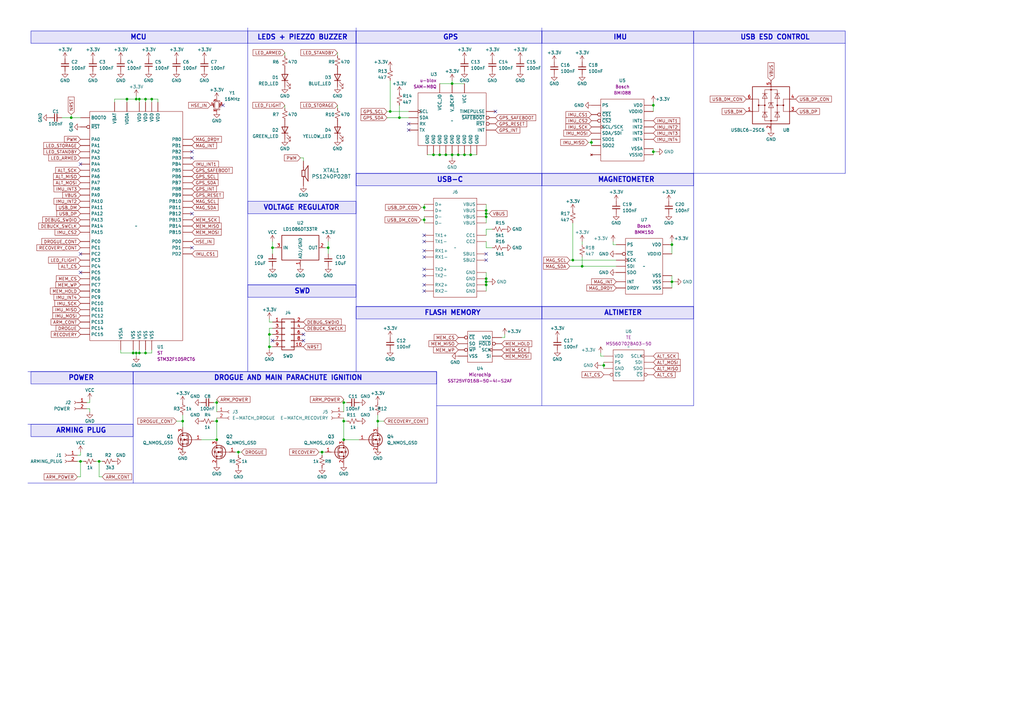
<source format=kicad_sch>
(kicad_sch (version 20230121) (generator eeschema)
  (paper "A3")
  (junction (at 185.42 34.29))
  (junction (at 88.9 172.72))
  (junction (at 40.64 189.23))
  (junction (at 59.69 144.78))
  (junction (at 242.57 58.42))
  (junction (at 267.97 62.23))
  (junction (at 54.61 144.78))
  (junction (at 182.88 63.5))
  (junction (at 185.42 63.5))
  (junction (at 57.15 40.64))
  (junction (at 33.02 189.23))
  (junction (at 177.8 63.5))
  (junction (at 52.07 40.64))
  (junction (at 110.49 137.16))
  (junction (at 132.08 185.42))
  (junction (at 140.97 165.1))
  (junction (at 163.83 48.26))
  (junction (at 74.93 172.72))
  (junction (at 238.76 109.22))
  (junction (at 29.21 48.26))
  (junction (at 88.9 180.34))
  (junction (at 140.97 180.34))
  (junction (at 59.69 40.64))
  (junction (at 267.97 43.18))
  (junction (at 199.39 87.63))
  (junction (at 57.15 144.78))
  (junction (at 199.39 115.57))
  (junction (at 55.88 144.78))
  (junction (at 193.04 63.5))
  (junction (at 234.95 106.68))
  (junction (at 199.39 116.84))
  (junction (at 190.5 63.5))
  (junction (at 199.39 86.36))
  (junction (at 180.34 63.5))
  (junction (at 199.39 114.3))
  (junction (at 275.59 115.57))
  (junction (at 173.99 85.09))
  (junction (at 88.9 165.1))
  (junction (at 134.62 101.6))
  (junction (at 140.97 172.72))
  (junction (at 110.49 142.24))
  (junction (at 154.94 172.72))
  (junction (at 247.65 149.86))
  (junction (at 111.76 101.6))
  (junction (at 199.39 88.9))
  (junction (at 55.88 40.64))
  (junction (at 62.23 40.64))
  (junction (at 187.96 63.5))
  (junction (at 173.99 90.17))
  (junction (at 97.79 185.42))
  (junction (at 160.02 45.72))
  (junction (at 275.59 100.33))
  (no_connect (at 78.74 62.23))
  (no_connect (at 167.64 53.34))
  (no_connect (at 173.99 102.87))
  (no_connect (at 173.99 116.84))
  (no_connect (at 167.64 50.8))
  (no_connect (at 203.2 45.72))
  (no_connect (at 173.99 99.06))
  (no_connect (at 111.76 139.7))
  (no_connect (at 173.99 105.41))
  (no_connect (at 173.99 96.52))
  (no_connect (at 91.44 43.18))
  (no_connect (at 173.99 119.38))
  (no_connect (at 78.74 64.77))
  (no_connect (at 173.99 113.03))
  (no_connect (at 78.74 101.6))
  (no_connect (at 33.02 111.76))
  (no_connect (at 33.02 67.31))
  (no_connect (at 33.02 104.14))
  (no_connect (at 124.46 137.16))
  (no_connect (at 173.99 110.49))
  (no_connect (at 199.39 104.14))
  (no_connect (at 78.74 87.63))
  (no_connect (at 124.46 139.7))
  (no_connect (at 199.39 106.68))
  (wire (pts (xy 52.07 40.64) (xy 46.99 40.64)))
  (wire (pts (xy 247.65 149.86) (xy 247.65 148.59)))
  (wire (pts (xy 267.97 41.91) (xy 267.97 43.18)))
  (wire (pts (xy 247.65 146.05) (xy 246.38 146.05)))
  (wire (pts (xy 267.97 62.23) (xy 267.97 63.5)))
  (wire (pts (xy 242.57 57.15) (xy 242.57 58.42)))
  (wire (pts (xy 233.68 109.22) (xy 238.76 109.22)))
  (wire (pts (xy 251.46 100.33) (xy 251.46 99.06)))
  (wire (pts (xy 234.95 91.44) (xy 234.95 106.68)))
  (wire (pts (xy 252.73 100.33) (xy 251.46 100.33)))
  (wire (pts (xy 59.69 144.78) (xy 62.23 144.78)))
  (wire (pts (xy 62.23 144.78) (xy 62.23 143.51)))
  (wire (pts (xy 163.83 48.26) (xy 167.64 48.26)))
  (polyline (pts (xy 346.71 17.78) (xy 346.71 71.12)))
  (wire (pts (xy 40.64 189.23) (xy 40.64 195.58)))
  (wire (pts (xy 31.75 189.23) (xy 33.02 189.23)))
  (wire (pts (xy 199.39 116.84) (xy 199.39 119.38)))
  (wire (pts (xy 40.64 189.23) (xy 41.91 189.23)))
  (wire (pts (xy 205.74 138.43) (xy 207.01 138.43)))
  (wire (pts (xy 55.88 144.78) (xy 55.88 146.05)))
  (polyline (pts (xy 179.07 166.37) (xy 284.48 166.37)))
  (wire (pts (xy 190.5 63.5) (xy 193.04 63.5)))
  (wire (pts (xy 57.15 40.64) (xy 55.88 40.64)))
  (wire (pts (xy 173.99 90.17) (xy 173.99 91.44)))
  (wire (pts (xy 133.35 101.6) (xy 134.62 101.6)))
  (wire (pts (xy 158.75 45.72) (xy 160.02 45.72)))
  (wire (pts (xy 82.55 180.34) (xy 88.9 180.34)))
  (wire (pts (xy 33.02 185.42) (xy 33.02 186.69)))
  (wire (pts (xy 138.43 43.18) (xy 138.43 44.45)))
  (wire (pts (xy 138.43 21.59) (xy 138.43 22.86)))
  (wire (pts (xy 110.49 132.08) (xy 110.49 130.81)))
  (wire (pts (xy 74.93 170.18) (xy 74.93 172.72)))
  (wire (pts (xy 140.97 163.83) (xy 140.97 165.1)))
  (wire (pts (xy 199.39 115.57) (xy 200.66 115.57)))
  (wire (pts (xy 140.97 172.72) (xy 140.97 180.34)))
  (polyline (pts (xy 179.07 152.4) (xy 179.07 166.37)))
  (wire (pts (xy 87.63 172.72) (xy 88.9 172.72)))
  (wire (pts (xy 199.39 111.76) (xy 199.39 114.3)))
  (wire (pts (xy 242.57 58.42) (xy 242.57 59.69)))
  (wire (pts (xy 29.21 46.99) (xy 29.21 48.26)))
  (wire (pts (xy 140.97 165.1) (xy 140.97 168.91)))
  (wire (pts (xy 173.99 85.09) (xy 173.99 86.36)))
  (wire (pts (xy 54.61 144.78) (xy 55.88 144.78)))
  (wire (pts (xy 173.99 83.82) (xy 173.99 85.09)))
  (wire (pts (xy 142.24 165.1) (xy 140.97 165.1)))
  (wire (pts (xy 59.69 40.64) (xy 57.15 40.64)))
  (wire (pts (xy 267.97 62.23) (xy 269.24 62.23)))
  (wire (pts (xy 177.8 63.5) (xy 180.34 63.5)))
  (polyline (pts (xy 346.71 71.12) (xy 284.48 71.12)))
  (polyline (pts (xy 179.07 166.37) (xy 179.07 198.12)))
  (wire (pts (xy 35.56 167.64) (xy 36.83 167.64)))
  (wire (pts (xy 154.94 170.18) (xy 154.94 172.72)))
  (wire (pts (xy 172.72 85.09) (xy 173.99 85.09)))
  (wire (pts (xy 40.64 195.58) (xy 41.91 195.58)))
  (wire (pts (xy 173.99 88.9) (xy 173.99 90.17)))
  (wire (pts (xy 172.72 90.17) (xy 173.99 90.17)))
  (polyline (pts (xy 146.05 71.12) (xy 284.48 71.12)))
  (wire (pts (xy 275.59 99.06) (xy 275.59 100.33)))
  (wire (pts (xy 187.96 63.5) (xy 190.5 63.5)))
  (wire (pts (xy 199.39 114.3) (xy 199.39 115.57)))
  (wire (pts (xy 154.94 185.42) (xy 154.94 184.15)))
  (wire (pts (xy 33.02 189.23) (xy 34.29 189.23)))
  (wire (pts (xy 154.94 172.72) (xy 154.94 175.26)))
  (wire (pts (xy 142.24 172.72) (xy 140.97 172.72)))
  (wire (pts (xy 158.75 48.26) (xy 163.83 48.26)))
  (wire (pts (xy 54.61 143.51) (xy 54.61 144.78)))
  (polyline (pts (xy 11.43 198.12) (xy 179.07 198.12)))
  (wire (pts (xy 111.76 99.06) (xy 111.76 101.6)))
  (wire (pts (xy 123.19 64.77) (xy 124.46 64.77)))
  (wire (pts (xy 207.01 138.43) (xy 207.01 137.16)))
  (polyline (pts (xy 101.6 11.43) (xy 101.6 152.4)))
  (wire (pts (xy 25.4 48.26) (xy 29.21 48.26)))
  (wire (pts (xy 134.62 99.06) (xy 134.62 101.6)))
  (polyline (pts (xy 146.05 152.4) (xy 179.07 152.4)))
  (wire (pts (xy 275.59 115.57) (xy 275.59 118.11)))
  (wire (pts (xy 116.84 21.59) (xy 116.84 22.86)))
  (polyline (pts (xy 222.25 11.43) (xy 222.25 166.37)))
  (wire (pts (xy 29.21 48.26) (xy 33.02 48.26)))
  (wire (pts (xy 59.69 143.51) (xy 59.69 144.78)))
  (wire (pts (xy 199.39 88.9) (xy 199.39 91.44)))
  (wire (pts (xy 267.97 60.96) (xy 267.97 62.23)))
  (wire (pts (xy 275.59 113.03) (xy 275.59 115.57)))
  (wire (pts (xy 55.88 40.64) (xy 52.07 40.64)))
  (wire (pts (xy 111.76 132.08) (xy 110.49 132.08)))
  (wire (pts (xy 49.53 144.78) (xy 54.61 144.78)))
  (polyline (pts (xy 54.61 152.4) (xy 54.61 198.12)))
  (wire (pts (xy 111.76 101.6) (xy 111.76 104.14)))
  (wire (pts (xy 97.79 185.42) (xy 99.06 185.42)))
  (wire (pts (xy 134.62 101.6) (xy 134.62 104.14)))
  (wire (pts (xy 59.69 40.64) (xy 59.69 41.91)))
  (wire (pts (xy 110.49 137.16) (xy 111.76 137.16)))
  (wire (pts (xy 199.39 93.98) (xy 199.39 96.52)))
  (wire (pts (xy 57.15 144.78) (xy 59.69 144.78)))
  (wire (pts (xy 55.88 144.78) (xy 57.15 144.78)))
  (wire (pts (xy 147.32 180.34) (xy 140.97 180.34)))
  (wire (pts (xy 175.26 63.5) (xy 177.8 63.5)))
  (wire (pts (xy 275.59 100.33) (xy 275.59 104.14)))
  (polyline (pts (xy 146.05 125.73) (xy 284.48 125.73)))
  (wire (pts (xy 193.04 63.5) (xy 195.58 63.5)))
  (wire (pts (xy 96.52 185.42) (xy 97.79 185.42)))
  (wire (pts (xy 246.38 146.05) (xy 246.38 144.78)))
  (wire (pts (xy 116.84 43.18) (xy 116.84 44.45)))
  (wire (pts (xy 55.88 39.37) (xy 55.88 40.64)))
  (wire (pts (xy 238.76 105.41) (xy 238.76 109.22)))
  (polyline (pts (xy 146.05 11.43) (xy 146.05 152.4)))
  (wire (pts (xy 180.34 63.5) (xy 182.88 63.5)))
  (wire (pts (xy 160.02 45.72) (xy 160.02 33.02)))
  (wire (pts (xy 64.77 41.91) (xy 64.77 40.64)))
  (wire (pts (xy 49.53 143.51) (xy 49.53 144.78)))
  (wire (pts (xy 88.9 165.1) (xy 88.9 168.91)))
  (wire (pts (xy 46.99 40.64) (xy 46.99 41.91)))
  (wire (pts (xy 124.46 64.77) (xy 124.46 66.04)))
  (wire (pts (xy 199.39 83.82) (xy 199.39 86.36)))
  (wire (pts (xy 140.97 171.45) (xy 140.97 172.72)))
  (wire (pts (xy 160.02 45.72) (xy 167.64 45.72)))
  (wire (pts (xy 64.77 40.64) (xy 62.23 40.64)))
  (polyline (pts (xy 11.43 173.99) (xy 54.61 173.99)))
  (wire (pts (xy 185.42 63.5) (xy 187.96 63.5)))
  (wire (pts (xy 36.83 165.1) (xy 35.56 165.1)))
  (wire (pts (xy 110.49 137.16) (xy 110.49 142.24)))
  (wire (pts (xy 88.9 171.45) (xy 88.9 172.72)))
  (wire (pts (xy 132.08 185.42) (xy 132.08 186.69)))
  (wire (pts (xy 267.97 43.18) (xy 267.97 45.72)))
  (wire (pts (xy 88.9 172.72) (xy 88.9 180.34)))
  (wire (pts (xy 199.39 101.6) (xy 199.39 99.06)))
  (wire (pts (xy 275.59 115.57) (xy 276.86 115.57)))
  (wire (pts (xy 182.88 63.5) (xy 185.42 63.5)))
  (wire (pts (xy 185.42 34.29) (xy 190.5 34.29)))
  (wire (pts (xy 199.39 101.6) (xy 201.93 101.6)))
  (wire (pts (xy 238.76 100.33) (xy 238.76 99.06)))
  (wire (pts (xy 57.15 143.51) (xy 57.15 144.78)))
  (wire (pts (xy 234.95 106.68) (xy 252.73 106.68)))
  (wire (pts (xy 185.42 34.29) (xy 185.42 33.02)))
  (wire (pts (xy 97.79 185.42) (xy 97.79 186.69)))
  (wire (pts (xy 74.93 185.42) (xy 74.93 184.15)))
  (wire (pts (xy 247.65 149.86) (xy 246.38 149.86)))
  (wire (pts (xy 113.03 101.6) (xy 111.76 101.6)))
  (polyline (pts (xy 11.43 152.4) (xy 146.05 152.4)))
  (wire (pts (xy 111.76 142.24) (xy 110.49 142.24)))
  (wire (pts (xy 199.39 86.36) (xy 199.39 87.63)))
  (wire (pts (xy 132.08 185.42) (xy 130.81 185.42)))
  (wire (pts (xy 36.83 163.83) (xy 36.83 165.1)))
  (wire (pts (xy 33.02 189.23) (xy 33.02 195.58)))
  (wire (pts (xy 57.15 40.64) (xy 57.15 41.91)))
  (wire (pts (xy 163.83 43.18) (xy 163.83 48.26)))
  (polyline (pts (xy 284.48 17.78) (xy 284.48 166.37)))
  (wire (pts (xy 180.34 34.29) (xy 185.42 34.29)))
  (wire (pts (xy 247.65 151.13) (xy 247.65 149.86)))
  (wire (pts (xy 238.76 109.22) (xy 252.73 109.22)))
  (wire (pts (xy 157.48 172.72) (xy 154.94 172.72)))
  (wire (pts (xy 199.39 93.98) (xy 201.93 93.98)))
  (wire (pts (xy 185.42 63.5) (xy 185.42 64.77)))
  (wire (pts (xy 39.37 189.23) (xy 40.64 189.23)))
  (wire (pts (xy 133.35 185.42) (xy 132.08 185.42)))
  (wire (pts (xy 74.93 172.72) (xy 74.93 175.26)))
  (wire (pts (xy 87.63 165.1) (xy 88.9 165.1)))
  (wire (pts (xy 199.39 87.63) (xy 200.66 87.63)))
  (wire (pts (xy 241.3 58.42) (xy 242.57 58.42)))
  (wire (pts (xy 62.23 40.64) (xy 59.69 40.64)))
  (wire (pts (xy 199.39 115.57) (xy 199.39 116.84)))
  (wire (pts (xy 199.39 87.63) (xy 199.39 88.9)))
  (wire (pts (xy 33.02 195.58) (xy 31.75 195.58)))
  (wire (pts (xy 33.02 186.69) (xy 31.75 186.69)))
  (wire (pts (xy 110.49 134.62) (xy 110.49 137.16)))
  (wire (pts (xy 110.49 142.24) (xy 110.49 143.51)))
  (wire (pts (xy 111.76 134.62) (xy 110.49 134.62)))
  (wire (pts (xy 36.83 167.64) (xy 36.83 168.91)))
  (polyline (pts (xy 101.6 116.84) (xy 146.05 116.84)))
  (wire (pts (xy 72.39 172.72) (xy 74.93 172.72)))
  (wire (pts (xy 233.68 106.68) (xy 234.95 106.68)))
  (wire (pts (xy 88.9 163.83) (xy 88.9 165.1)))
  (wire (pts (xy 62.23 40.64) (xy 62.23 41.91)))
  (wire (pts (xy 52.07 40.64) (xy 52.07 41.91)))
  (rectangle (start 12.7 152.4) (end 54.61 157.48) (fill (type color) (color 20 0 205 0.11)))
  (rectangle (start 222.25 12.7) (end 284.48 17.78) (fill (type color) (color 20 0 205 0.11)))
  (rectangle (start 101.6 12.7) (end 146.05 17.78) (fill (type color) (color 20 0 205 0.11)))
  (rectangle (start 146.05 71.12) (end 222.25 76.2) (fill (type color) (color 20 0 205 0.11)))
  (rectangle (start 12.7 173.99) (end 54.61 179.07) (fill (type color) (color 20 0 205 0.11)))
  (rectangle (start 12.7 12.7) (end 101.6 17.78) (fill (type color) (color 20 0 205 0.11)))
  (rectangle (start 54.61 152.4) (end 179.07 157.48) (fill (type color) (color 20 0 205 0.11)))
  (rectangle (start 146.05 12.7) (end 222.25 17.78) (fill (type color) (color 20 0 205 0.11)))
  (rectangle (start 284.48 12.7) (end 346.71 17.78) (fill (type color) (color 20 0 205 0.11)))
  (rectangle (start 146.05 125.73) (end 222.25 130.81) (fill (type color) (color 20 0 205 0.11)))
  (rectangle (start 101.6 116.84) (end 146.05 121.92) (fill (type color) (color 20 0 205 0.11)))
  (rectangle (start 222.25 71.12) (end 284.48 76.2) (fill (type color) (color 20 0 205 0.11)))
  (rectangle (start 222.25 125.73) (end 284.48 130.81) (fill (type color) (color 20 0 205 0.11)))
  (rectangle (start 101.6 82.55) (end 146.05 87.63) (fill (type color) (color 20 0 205 0.11)))
  (text "POWER" (at 27.94 156.21 0) (effects (font (size 2 2) (thickness 0.4) bold) (justify left bottom)))
  (text "USB ESD CONTROL" (at 303.53 16.51 0) (effects (font (size 2 2) (thickness 0.4) bold) (justify left bottom)))
  (text "ARMING PLUG" (at 22.86 177.8 0) (effects (font (size 2 2) (thickness 0.4) bold) (justify left bottom)))
  (text "SWD" (at 120.65 120.65 0) (effects (font (size 2 2) (thickness 0.4) bold) (justify left bottom)))
  (text "MCU" (at 53.34 16.51 0) (effects (font (size 2 2) (thickness 0.4) bold) (justify left bottom)))
  (text "ALTIMETER" (at 247.65 129.54 0) (effects (font (size 2 2) (thickness 0.4) bold) (justify left bottom)))
  (text "GPS" (at 181.61 16.51 0) (effects (font (size 2 2) (thickness 0.4) bold) (justify left bottom)))
  (text "IMU" (at 251.46 16.51 0) (effects (font (size 2 2) (thickness 0.4) bold) (justify left bottom)))
  (text "MAGNETOMETER" (at 245.11 74.93 0) (effects (font (size 2 2) (thickness 0.4) bold) (justify left bottom)))
  (text "FLASH MEMORY" (at 173.99 129.54 0) (effects (font (size 2 2) (thickness 0.4) bold) (justify left bottom)))
  (text "USB-C" (at 179.07 74.93 0) (effects (font (size 2 2) (thickness 0.4) bold) (justify left bottom)))
  (text "LEDS + PIEZZO BUZZER" (at 105.41 16.51 0) (effects (font (size 2 2) (thickness 0.4) bold) (justify left bottom)))
  (text "DROGUE AND MAIN PARACHUTE IGNITION" (at 87.63 156.21 0) (effects (font (size 2 2) (thickness 0.4) bold) (justify left bottom)))
  (text "VOLTAGE REGULATOR" (at 107.95 86.36 0) (effects (font (size 2 2) (thickness 0.4) bold) (justify left bottom)))
  (global_label "MEM_CS" (shape input) (at 187.96 138.43 180) (property "Intersheetrefs" "${INTERSHEET_REFS}" (effects hide)))
  (global_label "GPS_SAFEBOOT" (shape input) (at 203.2 48.26 0) (property "Intersheetrefs" "${INTERSHEET_REFS}" (effects hide)))
  (global_label "USB_DP_CON" (shape input) (at 172.72 85.09 180) (property "Intersheetrefs" "${INTERSHEET_REFS}" (effects hide)))
  (global_label "DROGUE_CONT" (shape input) (at 33.02 99.06 180) (property "Intersheetrefs" "${INTERSHEET_REFS}" (effects hide)))
  (global_label "DEBUG_SWDIO" (shape input) (at 33.02 90.17 180) (property "Intersheetrefs" "${INTERSHEET_REFS}" (effects hide)))
  (global_label "ALT_MISO" (shape input) (at 267.97 151.13 0) (property "Intersheetrefs" "${INTERSHEET_REFS}" (effects hide)))
  (global_label "RECOVERY_CONT" (shape input) (at 157.48 172.72 0) (property "Intersheetrefs" "${INTERSHEET_REFS}" (effects hide)))
  (global_label "RECOVERY" (shape input) (at 130.81 185.42 180) (property "Intersheetrefs" "${INTERSHEET_REFS}" (effects hide)))
  (global_label "IMU_INT2" (shape input) (at 267.97 52.07 0) (property "Intersheetrefs" "${INTERSHEET_REFS}" (effects hide)))
  (global_label "PWM" (shape input) (at 33.02 57.15 180) (property "Intersheetrefs" "${INTERSHEET_REFS}" (effects hide)))
  (global_label "ALT_CS" (shape input) (at 267.97 153.67 0) (property "Intersheetrefs" "${INTERSHEET_REFS}" (effects hide)))
  (global_label "LED_ARMED" (shape input) (at 33.02 64.77 180) (property "Intersheetrefs" "${INTERSHEET_REFS}" (effects hide)))
  (global_label "RECOVERY" (shape input) (at 33.02 137.16 180) (property "Intersheetrefs" "${INTERSHEET_REFS}" (effects hide)))
  (global_label "ARM_POWER" (shape input) (at 140.97 163.83 180) (property "Intersheetrefs" "${INTERSHEET_REFS}" (effects hide)))
  (global_label "IMU_INT4" (shape input) (at 267.97 57.15 0) (property "Intersheetrefs" "${INTERSHEET_REFS}" (effects hide)))
  (global_label "LED_STANDBY" (shape input) (at 33.02 62.23 180) (property "Intersheetrefs" "${INTERSHEET_REFS}" (effects hide)))
  (global_label "DEBUCK_SWCLK" (shape input) (at 124.46 134.62 0) (property "Intersheetrefs" "${INTERSHEET_REFS}" (effects hide)))
  (global_label "NRST" (shape input) (at 29.21 46.99 90) (property "Intersheetrefs" "${INTERSHEET_REFS}" (effects hide)))
  (global_label "LED_STORAGE" (shape input) (at 138.43 43.18 180) (property "Intersheetrefs" "${INTERSHEET_REFS}" (effects hide)))
  (global_label "IMU_CS1" (shape input) (at 242.57 46.99 180) (property "Intersheetrefs" "${INTERSHEET_REFS}" (effects hide)))
  (global_label "USB_DM_CON" (shape input) (at 172.72 90.17 180) (property "Intersheetrefs" "${INTERSHEET_REFS}" (effects hide)))
  (global_label "GPS_SCL" (shape input) (at 158.75 45.72 180) (property "Intersheetrefs" "${INTERSHEET_REFS}" (effects hide)))
  (global_label "GPS_SDA" (shape input) (at 158.75 48.26 180) (property "Intersheetrefs" "${INTERSHEET_REFS}" (effects hide)))
  (global_label "MEM_SCK" (shape input) (at 205.74 143.51 0) (property "Intersheetrefs" "${INTERSHEET_REFS}" (effects hide)))
  (global_label "MAG_INT" (shape input) (at 78.74 59.69 0) (property "Intersheetrefs" "${INTERSHEET_REFS}" (effects hide)))
  (global_label "LED_FLIGHT" (shape input) (at 116.84 43.18 180) (property "Intersheetrefs" "${INTERSHEET_REFS}" (effects hide)))
  (global_label "HSE_IN" (shape input) (at 78.74 99.06 0) (property "Intersheetrefs" "${INTERSHEET_REFS}" (effects hide)))
  (global_label "LED_FLIGHT" (shape input) (at 33.02 106.68 180) (property "Intersheetrefs" "${INTERSHEET_REFS}" (effects hide)))
  (global_label "MEM_MISO" (shape input) (at 78.74 92.71 0) (property "Intersheetrefs" "${INTERSHEET_REFS}" (effects hide)))
  (global_label "GPS_INT" (shape input) (at 203.2 53.34 0) (property "Intersheetrefs" "${INTERSHEET_REFS}" (effects hide)))
  (global_label "MEM_MISO" (shape input) (at 187.96 140.97 180) (property "Intersheetrefs" "${INTERSHEET_REFS}" (effects hide)))
  (global_label "USB_DP_CON" (shape input) (at 326.39 40.64 0) (property "Intersheetrefs" "${INTERSHEET_REFS}" (effects hide)))
  (global_label "VBUS" (shape input) (at 33.02 80.01 180) (property "Intersheetrefs" "${INTERSHEET_REFS}" (effects hide)))
  (global_label "MEM_MOSI" (shape input) (at 205.74 146.05 0) (property "Intersheetrefs" "${INTERSHEET_REFS}" (effects hide)))
  (global_label "ALT_CS" (shape input) (at 33.02 109.22 180) (property "Intersheetrefs" "${INTERSHEET_REFS}" (effects hide)))
  (global_label "MAG_DRDY" (shape input) (at 78.74 57.15 0) (property "Intersheetrefs" "${INTERSHEET_REFS}" (effects hide)))
  (global_label "IMU_CS2" (shape input) (at 33.02 95.25 180) (property "Intersheetrefs" "${INTERSHEET_REFS}" (effects hide)))
  (global_label "VBUS" (shape input) (at 316.23 33.02 90) (property "Intersheetrefs" "${INTERSHEET_REFS}" (effects hide)))
  (global_label "ALT_CS" (shape input) (at 247.65 153.67 180) (property "Intersheetrefs" "${INTERSHEET_REFS}" (effects hide)))
  (global_label "IMU_MOSI" (shape input) (at 33.02 129.54 180) (property "Intersheetrefs" "${INTERSHEET_REFS}" (effects hide)))
  (global_label "MEM_WP" (shape input) (at 187.96 143.51 180) (property "Intersheetrefs" "${INTERSHEET_REFS}" (effects hide)))
  (global_label "PWM" (shape input) (at 123.19 64.77 180) (property "Intersheetrefs" "${INTERSHEET_REFS}" (effects hide)))
  (global_label "ARM_POWER" (shape input) (at 31.75 195.58 180) (property "Intersheetrefs" "${INTERSHEET_REFS}" (effects hide)))
  (global_label "IMU_INT3" (shape input) (at 267.97 54.61 0) (property "Intersheetrefs" "${INTERSHEET_REFS}" (effects hide)))
  (global_label "DROGUE" (shape input) (at 33.02 134.62 180) (property "Intersheetrefs" "${INTERSHEET_REFS}" (effects hide)))
  (global_label "MAG_INT" (shape input) (at 252.73 115.57 180) (property "Intersheetrefs" "${INTERSHEET_REFS}" (effects hide)))
  (global_label "IMU_INT2" (shape input) (at 33.02 82.55 180) (property "Intersheetrefs" "${INTERSHEET_REFS}" (effects hide)))
  (global_label "NRST" (shape input) (at 124.46 142.24 0) (property "Intersheetrefs" "${INTERSHEET_REFS}" (effects hide)))
  (global_label "ARM_CONT" (shape input) (at 33.02 132.08 180) (property "Intersheetrefs" "${INTERSHEET_REFS}" (effects hide)))
  (global_label "GPS_SDA" (shape input) (at 78.74 74.93 0) (property "Intersheetrefs" "${INTERSHEET_REFS}" (effects hide)))
  (global_label "DEBUCK_SWCLK" (shape input) (at 33.02 92.71 180) (property "Intersheetrefs" "${INTERSHEET_REFS}" (effects hide)))
  (global_label "USB_DP" (shape input) (at 326.39 45.72 0) (property "Intersheetrefs" "${INTERSHEET_REFS}" (effects hide)))
  (global_label "MEM_CS" (shape input) (at 33.02 114.3 180) (property "Intersheetrefs" "${INTERSHEET_REFS}" (effects hide)))
  (global_label "IMU_INT1" (shape input) (at 78.74 67.31 0) (property "Intersheetrefs" "${INTERSHEET_REFS}" (effects hide)))
  (global_label "MEM_HOLD" (shape input) (at 33.02 119.38 180) (property "Intersheetrefs" "${INTERSHEET_REFS}" (effects hide)))
  (global_label "GPS_INT" (shape input) (at 78.74 77.47 0) (property "Intersheetrefs" "${INTERSHEET_REFS}" (effects hide)))
  (global_label "HSE_IN" (shape input) (at 86.36 43.18 180) (property "Intersheetrefs" "${INTERSHEET_REFS}" (effects hide)))
  (global_label "ALT_MOSI" (shape input) (at 267.97 148.59 0) (property "Intersheetrefs" "${INTERSHEET_REFS}" (effects hide)))
  (global_label "IMU_CS1" (shape input) (at 78.74 104.14 0) (property "Intersheetrefs" "${INTERSHEET_REFS}" (effects hide)))
  (global_label "ARM_CONT" (shape input) (at 41.91 195.58 0) (property "Intersheetrefs" "${INTERSHEET_REFS}" (effects hide)))
  (global_label "IMU_MOSI" (shape input) (at 242.57 54.61 180) (property "Intersheetrefs" "${INTERSHEET_REFS}" (effects hide)))
  (global_label "DROGUE" (shape input) (at 99.06 185.42 0) (property "Intersheetrefs" "${INTERSHEET_REFS}" (effects hide)))
  (global_label "LED_ARMED" (shape input) (at 116.84 21.59 180) (property "Intersheetrefs" "${INTERSHEET_REFS}" (effects hide)))
  (global_label "IMU_INT4" (shape input) (at 33.02 121.92 180) (property "Intersheetrefs" "${INTERSHEET_REFS}" (effects hide)))
  (global_label "LED_STANDBY" (shape input) (at 138.43 21.59 180) (property "Intersheetrefs" "${INTERSHEET_REFS}" (effects hide)))
  (global_label "MEM_WP" (shape input) (at 33.02 116.84 180) (property "Intersheetrefs" "${INTERSHEET_REFS}" (effects hide)))
  (global_label "IMU_INT3" (shape input) (at 33.02 77.47 180) (property "Intersheetrefs" "${INTERSHEET_REFS}" (effects hide)))
  (global_label "DEBUG_SWDIO" (shape input) (at 124.46 132.08 0) (property "Intersheetrefs" "${INTERSHEET_REFS}" (effects hide)))
  (global_label "MEM_MOSI" (shape input) (at 78.74 95.25 0) (property "Intersheetrefs" "${INTERSHEET_REFS}" (effects hide)))
  (global_label "USB_DM" (shape input) (at 33.02 85.09 180) (property "Intersheetrefs" "${INTERSHEET_REFS}" (effects hide)))
  (global_label "USB_DM" (shape input) (at 306.07 45.72 180) (property "Intersheetrefs" "${INTERSHEET_REFS}" (effects hide)))
  (global_label "USB_DM_CON" (shape input) (at 306.07 40.64 180) (property "Intersheetrefs" "${INTERSHEET_REFS}" (effects hide)))
  (global_label "USB_DP" (shape input) (at 33.02 87.63 180) (property "Intersheetrefs" "${INTERSHEET_REFS}" (effects hide)))
  (global_label "RECOVERY_CONT" (shape input) (at 33.02 101.6 180) (property "Intersheetrefs" "${INTERSHEET_REFS}" (effects hide)))
  (global_label "DROGUE_CONT" (shape input) (at 72.39 172.72 180) (property "Intersheetrefs" "${INTERSHEET_REFS}" (effects hide)))
  (global_label "IMU_MISO" (shape input) (at 33.02 127 180) (property "Intersheetrefs" "${INTERSHEET_REFS}" (effects hide)))
  (global_label "IMU_INT1" (shape input) (at 267.97 49.53 0) (property "Intersheetrefs" "${INTERSHEET_REFS}" (effects hide)))
  (global_label "ALT_SCK" (shape input) (at 267.97 146.05 0) (property "Intersheetrefs" "${INTERSHEET_REFS}" (effects hide)))
  (global_label "ARM_POWER" (shape input) (at 88.9 163.83 0) (property "Intersheetrefs" "${INTERSHEET_REFS}" (effects hide)))
  (global_label "GPS_RESET" (shape input) (at 203.2 50.8 0) (property "Intersheetrefs" "${INTERSHEET_REFS}" (effects hide)))
  (global_label "IMU_SCK" (shape input) (at 242.57 52.07 180) (property "Intersheetrefs" "${INTERSHEET_REFS}" (effects hide)))
  (global_label "MAG_DRDY" (shape input) (at 252.73 118.11 180) (property "Intersheetrefs" "${INTERSHEET_REFS}" (effects hide)))
  (global_label "MEM_HOLD" (shape input) (at 205.74 140.97 0) (property "Intersheetrefs" "${INTERSHEET_REFS}" (effects hide)))
  (global_label "GPS_RESET" (shape input) (at 78.74 80.01 0) (property "Intersheetrefs" "${INTERSHEET_REFS}" (effects hide)))
  (global_label "ALT_MISO" (shape input) (at 33.02 72.39 180) (property "Intersheetrefs" "${INTERSHEET_REFS}" (effects hide)))
  (global_label "VBUS" (shape input) (at 200.66 87.63 0) (property "Intersheetrefs" "${INTERSHEET_REFS}" (effects hide)))
  (global_label "MEM_SCK" (shape input) (at 78.74 90.17 0) (property "Intersheetrefs" "${INTERSHEET_REFS}" (effects hide)))
  (global_label "IMU_CS2" (shape input) (at 242.57 49.53 180) (property "Intersheetrefs" "${INTERSHEET_REFS}" (effects hide)))
  (global_label "ALT_SCK" (shape input) (at 33.02 69.85 180) (property "Intersheetrefs" "${INTERSHEET_REFS}" (effects hide)))
  (global_label "IMU_MISO" (shape input) (at 241.3 58.42 180) (property "Intersheetrefs" "${INTERSHEET_REFS}" (effects hide)))
  (global_label "LED_STORAGE" (shape input) (at 33.02 59.69 180) (property "Intersheetrefs" "${INTERSHEET_REFS}" (effects hide)))
  (global_label "GPS_SCL" (shape input) (at 78.74 72.39 0) (property "Intersheetrefs" "${INTERSHEET_REFS}" (effects hide)))
  (global_label "MAG_SCL" (shape input) (at 233.68 106.68 180) (property "Intersheetrefs" "${INTERSHEET_REFS}" (effects hide)))
  (global_label "IMU_SCK" (shape input) (at 33.02 124.46 180) (property "Intersheetrefs" "${INTERSHEET_REFS}" (effects hide)))
  (global_label "MAG_SCL" (shape input) (at 78.74 82.55 0) (property "Intersheetrefs" "${INTERSHEET_REFS}" (effects hide)))
  (global_label "ALT_MOSI" (shape input) (at 33.02 74.93 180) (property "Intersheetrefs" "${INTERSHEET_REFS}" (effects hide)))
  (global_label "GPS_SAFEBOOT" (shape input) (at 78.74 69.85 0) (property "Intersheetrefs" "${INTERSHEET_REFS}" (effects hide)))
  (global_label "MAG_SDA" (shape input) (at 233.68 109.22 180) (property "Intersheetrefs" "${INTERSHEET_REFS}" (effects hide)))
  (global_label "MAG_SDA" (shape input) (at 78.74 85.09 0) (property "Intersheetrefs" "${INTERSHEET_REFS}" (effects hide)))
  (symbol (lib_id "Device:C_Small") (at 274.32 85.09 0) (unit 1)
    (property "Reference" "C20" (at 276.86 83.8263 0) (effects (justify left)))
    (property "Value" "100nF" (at 276.86 86.3663 0) (effects (justify left)))
    (property "Footprint" "Capacitor_SMD:C_0603_1608Metric" (effects hide))
  )
  (symbol (lib_id "Device:R_Small_US") (at 116.84 46.99 0) (unit 1)
    (property "Reference" "R7" (at 111.76 46.99 0) (effects (justify left)))
    (property "Value" "470" (at 118.11 46.99 0) (effects (justify left)))
    (property "Footprint" "Resistor_SMD:R_0603_1608Metric" (effects hide))
  )
  (symbol (lib_id "Device:R_Small_US") (at 204.47 101.6 270) (unit 1)
    (property "Reference" "R16" (at 203.2 99.06 90) (effects (justify left)))
    (property "Value" "5k1" (at 203.2 104.14 90) (effects (justify left)))
    (property "Footprint" "Resistor_SMD:R_0603_1608Metric" (effects hide))
  )
  (symbol (lib_id "Device:LED") (at 116.84 31.75 90) (unit 1)
    (property "Reference" "D1" (at 114.3 31.75 90) (effects (justify left)))
    (property "Value" "RED_LED" (at 114.3 34.29 90) (effects (justify left)))
    (property "Footprint" "Diode_SMD:D_0603_1608Metric" (effects hide))
  )
  (symbol (lib_id "power:+3.3V") (at 228.6 138.43 0) (unit 1)
    (property "Reference" "#PWR066" (effects hide))
    (property "Value" "+3.3V" (at 228.6 134.62 0))
  )
  (symbol (lib_id "power:GND") (at 74.93 184.15 0) (unit 1)
    (property "Reference" "#PWR020" (effects hide))
    (property "Value" "GND" (at 74.93 187.96 0))
  )
  (symbol (lib_id "power:GND") (at 276.86 115.57 90) (unit 1)
    (property "Reference" "#PWR085" (effects hide))
    (property "Value" "GND" (at 281.94 115.57 90))
  )
  (symbol (lib_id "power:GND") (at 123.19 109.22 0) (unit 1)
    (property "Reference" "#PWR035" (effects hide))
    (property "Value" "GND" (at 123.19 113.03 0))
  )
  (symbol (lib_id "power:GND") (at 316.23 53.34 0) (unit 1)
    (property "Reference" "#PWR086" (effects hide))
    (property "Value" "GND" (at 316.23 57.15 0))
  )
  (symbol (lib_id "power:GND") (at 200.66 115.57 90) (unit 1)
    (property "Reference" "#PWR056" (effects hide))
    (property "Value" "GND" (at 205.74 115.57 90))
  )
  (symbol (lib_id "Device:R_Small_US") (at 74.93 167.64 0) (unit 1)
    (property "Reference" "R3" (at 71.12 167.64 0) (effects (justify left)))
    (property "Value" "1k" (at 76.2 167.64 0) (effects (justify left)))
    (property "Footprint" "Resistor_SMD:R_0603_1608Metric" (effects hide))
  )
  (symbol (lib_id "Device:Q_NMOS_GSD") (at 152.4 180.34 0) (unit 1)
    (property "Reference" "Q4" (at 158.75 179.07 0) (effects (justify left)))
    (property "Value" "Q_NMOS_GSD" (at 158.75 181.61 0) (effects (justify left)))
    (property "Footprint" "Package_TO_SOT_SMD:TSOT-23" (effects hide))
    (property "Datasheet" "https://assets.nexperia.com/documents/data-sheet/PMV30UN2.pdf" (effects hide))
  )
  (symbol (lib_id "Device:C_Small") (at 38.1 26.67 0) (unit 1)
    (property "Reference" "C3" (at 40.64 25.4063 0) (effects (justify left)))
    (property "Value" "100nF" (at 40.64 27.9463 0) (effects (justify left)))
    (property "Footprint" "Capacitor_SMD:C_0603_1608Metric" (effects hide))
  )
  (symbol (lib_id "Device:R_Small_US") (at 238.76 102.87 0) (unit 1)
    (property "Reference" "R18" (at 240.03 101.6 0) (effects (justify left)))
    (property "Value" "4k7" (at 240.03 104.14 0) (effects (justify left)))
    (property "Footprint" "Resistor_SMD:R_0603_1608Metric" (effects hide))
  )
  (symbol (lib_id "power:+3.3V") (at 110.49 130.81 0) (mirror y) (unit 1)
    (property "Reference" "#PWR029" (effects hide))
    (property "Value" "+3.3V" (at 110.49 127 0))
  )
  (symbol (lib_id "power:+3.3V") (at 207.01 137.16 0) (unit 1)
    (property "Reference" "#PWR061" (effects hide))
    (property "Value" "+3.3V" (at 210.82 135.89 0))
  )
  (symbol (lib_id "Device:C_Small") (at 144.78 165.1 270) (mirror x) (unit 1)
    (property "Reference" "C11" (at 144.78 162.56 90))
    (property "Value" "100nF" (at 144.78 167.64 90))
    (property "Footprint" "Capacitor_SMD:C_0603_1608Metric" (effects hide))
  )
  (symbol (lib_id "power:+3.3V") (at 163.83 38.1 0) (unit 1)
    (property "Reference" "#PWR050" (effects hide))
    (property "Value" "+3.3V" (at 163.83 34.29 0))
  )
  (symbol (lib_id "power:GND") (at 82.55 165.1 270) (unit 1)
    (property "Reference" "#PWR021" (effects hide))
    (property "Value" "GND" (at 80.01 162.56 90))
  )
  (symbol (lib_id "power:GND") (at 242.57 43.18 270) (mirror x) (unit 1)
    (property "Reference" "#PWR072" (effects hide))
    (property "Value" "GND" (at 237.49 43.18 90))
  )
  (symbol (lib_id "power:GND") (at 207.01 93.98 90) (unit 1)
    (property "Reference" "#PWR059" (effects hide))
    (property "Value" "GND" (at 212.09 93.98 90))
  )
  (symbol (lib_id "power:GND") (at 187.96 146.05 270) (mirror x) (unit 1)
    (property "Reference" "#PWR053" (effects hide))
    (property "Value" "GND" (at 186.69 148.59 90))
  )
  (symbol (lib_id "Connector:Conn_01x02_Socket") (at 135.89 168.91 0) (mirror y) (unit 1)
    (property "Reference" "J5" (at 134.62 168.91 0) (effects (justify left)))
    (property "Value" "E-MATCH_RECOVERY" (at 134.62 171.45 0) (effects (justify left)))
    (property "Footprint" "TerminalBlock:TerminalBlock_bornier-2_P5.08mm" (effects hide))
  )
  (symbol (lib_id "power:GND") (at 213.36 29.21 0) (unit 1)
    (property "Reference" "#PWR063" (effects hide))
    (property "Value" "GND" (at 213.36 33.02 0))
  )
  (symbol (lib_id "Regulator_Linear:LD1086DT33TR") (at 123.19 101.6 0) (unit 1)
    (property "Reference" "U2" (at 123.19 91.44 0))
    (property "Value" "LD1086DT33TR" (at 123.19 93.98 0))
    (property "Footprint" "Package_TO_SOT_SMD:TO-252-2" (effects hide))
    (property "Datasheet" "https://www.st.com/resource/en/datasheet/ld1086.pdf" (effects hide))
  )
  (symbol (lib_id "power:GND") (at 138.43 35.56 0) (unit 1)
    (property "Reference" "#PWR040" (effects hide))
    (property "Value" "GND" (at 138.43 39.37 0))
  )
  (symbol (lib_id "Device:R_Small_US") (at 138.43 25.4 0) (unit 1)
    (property "Reference" "R9" (at 134.62 25.4 0) (effects (justify left)))
    (property "Value" "470" (at 139.7 25.4 0) (effects (justify left)))
    (property "Footprint" "Resistor_SMD:R_0603_1608Metric" (effects hide))
  )
  (symbol (lib_id "Device:C_Small") (at 134.62 106.68 180) (unit 1)
    (property "Reference" "C10" (at 139.7 105.41 0))
    (property "Value" "10uF" (at 139.7 107.95 0))
    (property "Footprint" "Capacitor_SMD:C_0603_1608Metric" (effects hide))
  )
  (symbol (lib_id "power:+3.3V") (at 252.73 82.55 0) (unit 1)
    (property "Reference" "#PWR076" (effects hide))
    (property "Value" "+3.3V" (at 252.73 78.74 0))
  )
  (symbol (lib_id "power:GND") (at 147.32 172.72 90) (mirror x) (unit 1)
    (property "Reference" "#PWR044" (effects hide))
    (property "Value" "GND" (at 149.86 170.18 90))
  )
  (symbol (lib_id "power:+3.3V") (at 38.1 24.13 0) (unit 1)
    (property "Reference" "#PWR08" (effects hide))
    (property "Value" "+3.3V" (at 38.1 20.32 0))
  )
  (symbol (lib_id "Device:R_Small_US") (at 204.47 93.98 270) (unit 1)
    (property "Reference" "R15" (at 203.2 91.44 90) (effects (justify left)))
    (property "Value" "5k1" (at 203.2 96.52 90) (effects (justify left)))
    (property "Footprint" "Resistor_SMD:R_0603_1608Metric" (effects hide))
  )
  (symbol (lib_id "power:GND") (at 26.67 29.21 0) (unit 1)
    (property "Reference" "#PWR03" (effects hide))
    (property "Value" "GND" (at 26.67 33.02 0))
  )
  (symbol (lib_id "power:GND") (at 33.02 52.07 270) (unit 1)
    (property "Reference" "#PWR04" (effects hide))
    (property "Value" "GND" (at 29.21 52.07 0))
  )
  (symbol (lib_id "power:+3.3V") (at 74.93 165.1 0) (unit 1)
    (property "Reference" "#PWR019" (effects hide))
    (property "Value" "+3.3V" (at 74.93 161.29 0))
  )
  (symbol (lib_id "power:GND") (at 134.62 109.22 0) (unit 1)
    (property "Reference" "#PWR039" (effects hide))
    (property "Value" "GND" (at 134.62 113.03 0))
  )
  (symbol (lib_id "Device:C_Small") (at 72.39 26.67 0) (unit 1)
    (property "Reference" "C6" (at 74.93 25.4063 0) (effects (justify left)))
    (property "Value" "100nF" (at 74.93 27.9463 0) (effects (justify left)))
    (property "Footprint" "Capacitor_SMD:C_0603_1608Metric" (effects hide))
  )
  (symbol (lib_id "power:+3.3V") (at 227.33 25.4 0) (unit 1)
    (property "Reference" "#PWR064" (effects hide))
    (property "Value" "+3.3V" (at 227.33 21.59 0))
  )
  (symbol (lib_id "power:+3.3V") (at 275.59 99.06 0) (unit 1)
    (property "Reference" "#PWR084" (effects hide))
    (property "Value" "+3.3V" (at 279.4 97.79 0))
  )
  (symbol (lib_id "power:GND") (at 116.84 35.56 0) (unit 1)
    (property "Reference" "#PWR033" (effects hide))
    (property "Value" "GND" (at 116.84 39.37 0))
  )
  (symbol (lib_id "power:GND") (at 20.32 48.26 270) (unit 1)
    (property "Reference" "#PWR01" (effects hide))
    (property "Value" "GND" (at 16.51 48.26 0))
  )
  (symbol (lib_id "power:+3.3V") (at 49.53 24.13 0) (unit 1)
    (property "Reference" "#PWR011" (effects hide))
    (property "Value" "+3.3V" (at 49.53 20.32 0))
  )
  (symbol (lib_id "Device:R_Small_US") (at 36.83 189.23 90) (mirror x) (unit 1)
    (property "Reference" "R1" (at 38.1 186.69 90) (effects (justify left)))
    (property "Value" "1k" (at 38.1 191.77 90) (effects (justify left)))
    (property "Footprint" "Resistor_SMD:R_0603_1608Metric" (effects hide))
  )
  (symbol (lib_id "power:GND") (at 55.88 146.05 0) (unit 1)
    (property "Reference" "#PWR014" (effects hide))
    (property "Value" "GND" (at 55.88 149.86 0))
  )
  (symbol (lib_id "Connector:Conn_01x02_Socket") (at 26.67 186.69 0) (mirror y) (unit 1)
    (property "Reference" "J1" (at 24.13 186.69 0))
    (property "Value" "ARMING_PLUG" (at 19.05 189.23 0))
    (property "Footprint" "TerminalBlock:TerminalBlock_bornier-2_P5.08mm" (effects hide))
  )
  (symbol (lib_id "Device:C_Small") (at 160.02 140.97 0) (unit 1)
    (property "Reference" "C12" (at 162.56 139.7063 0) (effects (justify left)))
    (property "Value" "100nF" (at 162.56 142.2463 0) (effects (justify left)))
    (property "Footprint" "Capacitor_SMD:C_0603_1608Metric" (effects hide))
  )
  (symbol (lib_id "Piezo Buzzer:CPT-9019S-SMT") (at 124.46 71.12 0) (unit 1)
    (property "Reference" "XTAL1" (at 135.89 69.85 0) (effects (font (size 1.524 1.524))))
    (property "Value" "PS1240P02BT" (at 135.89 72.39 0) (effects (font (size 1.524 1.524))))
    (property "Footprint" "CUI_CPT-9019S-SMT" (effects hide))
    (property "Datasheet" "https://www.cuidevices.com/product/resource/cpt-9019s-smt-tr.pdf" (effects hide))
    (property "MANUFACTURER" "CUI INC" (effects hide))
    (property "PART_REV" "1.0" (effects hide))
    (property "STANDARD" "MANUFACTURER RECOMMENDATIONS" (effects hide))
  )
  (symbol (lib_id "Device:Q_NMOS_GSD") (at 77.47 180.34 0) (mirror y) (unit 1)
    (property "Reference" "Q1" (at 71.12 179.07 0) (effects (justify left)))
    (property "Value" "Q_NMOS_GSD" (at 71.12 181.61 0) (effects (justify left)))
    (property "Footprint" "Package_TO_SOT_SMD:TSOT-23" (effects hide))
    (property "Datasheet" "https://assets.nexperia.com/documents/data-sheet/PMV30UN2.pdf" (effects hide))
  )
  (symbol (lib_id "Device:R_Small_US") (at 85.09 172.72 270) (unit 1)
    (property "Reference" "R4" (at 83.82 170.18 90) (effects (justify left)))
    (property "Value" "1k" (at 83.82 175.26 90) (effects (justify left)))
    (property "Footprint" "Resistor_SMD:R_0603_1608Metric" (effects hide))
  )
  (symbol (lib_id "power:GND") (at 88.9 45.72 0) (unit 1)
    (property "Reference" "#PWR026" (effects hide))
    (property "Value" "GND" (at 88.9 49.53 0))
  )
  (symbol (lib_id "Power_Protection:USBLC6-2SC6") (at 316.23 43.18 0) (unit 1)
    (property "Reference" "U8" (at 323.85 53.34 0) (effects (justify right)))
    (property "Value" "USBLC6-2SC6" (at 313.69 53.34 0) (effects (justify right)))
    (property "Footprint" "Package_TO_SOT_SMD:SOT-23-6" (effects hide))
    (property "Datasheet" "https://www.st.com/resource/en/datasheet/usblc6-2.pdf" (effects hide))
  )
  (symbol (lib_id "Device:R_Small_US") (at 116.84 25.4 0) (unit 1)
    (property "Reference" "R6" (at 111.76 25.4 0) (effects (justify left)))
    (property "Value" "470" (at 118.11 25.4 0) (effects (justify left)))
    (property "Footprint" "Resistor_SMD:R_0603_1608Metric" (effects hide))
  )
  (symbol (lib_id "UCIRP-KiCAD-Lib:BMM150") (at 264.16 109.22 0) (unit 1)
    (property "Reference" "U7" (at 264.16 90.17 0))
    (property "Value" "~" (at 264.16 109.22 0))
    (property "Footprint" "Package_CSP:WLCSP-12_1.56x1.56mm_P0.4mm" (effects hide))
    (property "Datasheet" "https://www.bosch-sensortec.com/media/boschsensortec/downloads/datasheets/bst-bmm150-ds001.pdf" (effects hide))
    (property "Manufacturer" "Bosch" (at 264.16 92.71 0))
    (property "Part #" "BMM150" (at 264.16 95.25 0))
  )
  (symbol (lib_id "Device:C_Small") (at 85.09 165.1 90) (unit 1)
    (property "Reference" "C8" (at 85.09 162.56 90))
    (property "Value" "100nF" (at 85.09 167.64 90))
    (property "Footprint" "Capacitor_SMD:C_0603_1608Metric" (effects hide))
  )
  (symbol (lib_id "Connector:Conn_01x02_Socket") (at 30.48 165.1 0) (mirror y) (unit 1)
    (property "Reference" "J2" (at 27.94 165.1 0))
    (property "Value" "POWER" (at 25.4 167.64 0))
  )
  (symbol (lib_id "power:GND") (at 185.42 64.77 0) (unit 1)
    (property "Reference" "#PWR052" (effects hide))
    (property "Value" "GND" (at 185.42 68.58 0))
  )
  (symbol (lib_id "power:+3.3V") (at 201.93 24.13 0) (unit 1)
    (property "Reference" "#PWR057" (effects hide))
    (property "Value" "+3.3V" (at 201.93 20.32 0))
  )
  (symbol (lib_id "power:+3.3V") (at 83.82 24.13 0) (unit 1)
    (property "Reference" "#PWR023" (effects hide))
    (property "Value" "+3.3V" (at 83.82 20.32 0))
  )
  (symbol (lib_id "power:GND") (at 269.24 62.23 90) (unit 1)
    (property "Reference" "#PWR081" (effects hide))
    (property "Value" "GND" (at 274.32 62.23 90))
  )
  (symbol (lib_id "Device:Crystal_GND24_Small") (at 88.9 43.18 0) (unit 1)
    (property "Reference" "Y1" (at 95.25 38.1 0))
    (property "Value" "16MHz" (at 95.25 40.64 0))
    (property "Footprint" "Crystal:Crystal_SMD_2520-4Pin_2.5x2.0mm" (effects hide))
    (property "Datasheet" "https://ecsxtal.com/store/pdf/ECS_1633.pdf" (effects hide))
  )
  (symbol (lib_id "power:GND") (at 160.02 143.51 0) (unit 1)
    (property "Reference" "#PWR049" (effects hide))
    (property "Value" "GND" (at 160.02 147.32 0))
  )
  (symbol (lib_id "UCIRP-KiCAD-Lib:MS5607-02BA") (at 257.81 149.86 0) (unit 1)
    (property "Reference" "U6" (at 257.81 135.89 0))
    (property "Value" "~" (at 257.81 142.24 0))
    (property "Footprint" "UCIRP-KiCAD-Lib:MS5607-02BA" (effects hide))
    (property "Datasheet" "https://www.te.com/commerce/DocumentDelivery/DDEController?Action=showdoc&DocId=Data+Sheet%7FMS5607-02BA03%7FB4%7Fpdf%7FEnglish%7FENG_DS_MS5607-02BA03_B4.pdf%7FMS560702BA03-50" (effects hide))
    (property "Manufacturer" "TE" (at 257.81 138.43 0))
    (property "Part #" "MS560702BA03-50" (at 257.81 140.97 0))
  )
  (symbol (lib_id "Connector_Generic:Conn_02x05_Odd_Even") (at 116.84 137.16 0) (unit 1)
    (property "Reference" "J4" (at 118.11 128.27 0))
    (property "Value" "SWD" (at 118.11 146.05 0))
    (property "Footprint" "Connector_PinHeader_1.27mm:PinHeader_2x05_P1.27mm_Vertical_SMD" (effects hide))
  )
  (symbol (lib_id "Device:C_Small") (at 83.82 26.67 0) (unit 1)
    (property "Reference" "C7" (at 86.36 25.4063 0) (effects (justify left)))
    (property "Value" "100nF" (at 86.36 27.9463 0) (effects (justify left)))
    (property "Footprint" "Capacitor_SMD:C_0603_1608Metric" (effects hide))
  )
  (symbol (lib_id "power:GND") (at 82.55 172.72 270) (unit 1)
    (property "Reference" "#PWR022" (effects hide))
    (property "Value" "GND" (at 80.01 170.18 90))
  )
  (symbol (lib_id "Device:LED") (at 116.84 53.34 90) (unit 1)
    (property "Reference" "D2" (at 114.3 53.34 90) (effects (justify left)))
    (property "Value" "GREEN_LED" (at 114.3 55.88 90) (effects (justify left)))
    (property "Footprint" "Diode_SMD:D_0603_1608Metric" (effects hide))
  )
  (symbol (lib_id "power:+3.3V") (at 238.76 25.4 0) (unit 1)
    (property "Reference" "#PWR069" (effects hide))
    (property "Value" "+3.3V" (at 238.76 21.59 0))
  )
  (symbol (lib_id "Device:Q_NMOS_GSD") (at 91.44 185.42 0) (mirror y) (unit 1)
    (property "Reference" "Q2" (at 92.71 179.07 0) (effects (justify right)))
    (property "Value" "Q_NMOS_GSD" (at 92.71 181.61 0) (effects (justify right)))
    (property "Footprint" "Package_TO_SOT_SMD:TSOT-23" (effects hide))
    (property "Datasheet" "https://assets.nexperia.com/documents/data-sheet/PMV30UN2.pdf" (effects hide))
  )
  (symbol (lib_id "UCIRP-KiCAD-Lib:BMI088") (at 255.27 53.34 0) (unit 1)
    (property "Reference" "U5" (at 255.27 33.02 0))
    (property "Value" "~" (at 255.27 53.34 0))
    (property "Footprint" "UCIRP-KiCAD-Lib:BMI088" (effects hide))
    (property "Datasheet" "https://www.bosch-sensortec.com/media/boschsensortec/downloads/datasheets/bst-bmi088-ds001.pdf" (effects hide))
    (property "Manufacturer" "Bosch" (at 255.27 35.56 0))
    (property "Part #" "BMI088" (at 255.27 38.1 0))
  )
  (symbol (lib_id "power:+3.3V") (at 88.9 40.64 0) (unit 1)
    (property "Reference" "#PWR025" (effects hide))
    (property "Value" "+3.3V" (at 88.9 36.83 0))
  )
  (symbol (lib_id "Device:R_Small_US") (at 144.78 172.72 90) (mirror x) (unit 1)
    (property "Reference" "R11" (at 146.05 170.18 90) (effects (justify left)))
    (property "Value" "1k" (at 146.05 175.26 90) (effects (justify left)))
    (property "Footprint" "Resistor_SMD:R_0603_1608Metric" (effects hide))
  )
  (symbol (lib_id "power:+3.3V") (at 160.02 138.43 0) (unit 1)
    (property "Reference" "#PWR048" (effects hide))
    (property "Value" "+3.3V" (at 160.02 134.62 0))
  )
  (symbol (lib_id "Device:C_Small") (at 213.36 26.67 0) (unit 1)
    (property "Reference" "C15" (at 215.9 25.4063 0) (effects (justify left)))
    (property "Value" "100nF" (at 215.9 27.9463 0) (effects (justify left)))
    (property "Footprint" "Capacitor_SMD:C_0603_1608Metric" (effects hide))
  )
  (symbol (lib_id "power:GND") (at 83.82 29.21 0) (unit 1)
    (property "Reference" "#PWR024" (effects hide))
    (property "Value" "GND" (at 83.82 33.02 0))
  )
  (symbol (lib_id "power:GND") (at 274.32 87.63 0) (unit 1)
    (property "Reference" "#PWR083" (effects hide))
    (property "Value" "GND" (at 274.32 91.44 0))
  )
  (symbol (lib_id "power:+3.3V") (at 251.46 99.06 0) (unit 1)
    (property "Reference" "#PWR075" (effects hide))
    (property "Value" "+3.3V" (at 246.38 97.79 0))
  )
  (symbol (lib_id "power:GND") (at 246.38 149.86 270) (mirror x) (unit 1)
    (property "Reference" "#PWR074" (effects hide))
    (property "Value" "GND" (at 241.3 149.86 90))
  )
  (symbol (lib_id "power:GND") (at 111.76 109.22 0) (unit 1)
    (property "Reference" "#PWR032" (effects hide))
    (property "Value" "GND" (at 111.76 113.03 0))
  )
  (symbol (lib_id "Device:C_Small") (at 60.96 26.67 0) (unit 1)
    (property "Reference" "C5" (at 63.5 25.4063 0) (effects (justify left)))
    (property "Value" "100nF" (at 63.5 27.9463 0) (effects (justify left)))
    (property "Footprint" "Capacitor_SMD:C_0603_1608Metric" (effects hide))
  )
  (symbol (lib_id "Device:C_Small") (at 49.53 26.67 0) (unit 1)
    (property "Reference" "C4" (at 52.07 25.4063 0) (effects (justify left)))
    (property "Value" "100nF" (at 52.07 27.9463 0) (effects (justify left)))
    (property "Footprint" "Capacitor_SMD:C_0603_1608Metric" (effects hide))
  )
  (symbol (lib_id "power:GND") (at 72.39 29.21 0) (unit 1)
    (property "Reference" "#PWR018" (effects hide))
    (property "Value" "GND" (at 72.39 33.02 0))
  )
  (symbol (lib_id "power:+3.3V") (at 185.42 33.02 0) (unit 1)
    (property "Reference" "#PWR051" (effects hide))
    (property "Value" "+3.3V" (at 185.42 29.21 0))
  )
  (symbol (lib_id "Device:Q_NMOS_GSD") (at 138.43 185.42 0) (unit 1)
    (property "Reference" "Q3" (at 137.16 179.07 0) (effects (justify right)))
    (property "Value" "Q_NMOS_GSD" (at 137.16 181.61 0) (effects (justify right)))
    (property "Footprint" "Package_TO_SOT_SMD:TSOT-23" (effects hide))
    (property "Datasheet" "https://assets.nexperia.com/documents/data-sheet/PMV30UN2.pdf" (effects hide))
  )
  (symbol (lib_id "power:GND") (at 228.6 143.51 0) (unit 1)
    (property "Reference" "#PWR067" (effects hide))
    (property "Value" "GND" (at 228.6 147.32 0))
  )
  (symbol (lib_id "power:GND") (at 46.99 189.23 90) (unit 1)
    (property "Reference" "#PWR010" (effects hide))
    (property "Value" "GND" (at 49.53 186.69 90))
  )
  (symbol (lib_id "Device:C_Small") (at 22.86 48.26 90) (unit 1)
    (property "Reference" "C1" (at 22.86 45.72 90))
    (property "Value" "100nF" (at 22.86 50.8 90))
    (property "Footprint" "Capacitor_SMD:C_0603_1608Metric" (effects hide))
  )
  (symbol (lib_id "power:GND") (at 154.94 184.15 0) (mirror y) (unit 1)
    (property "Reference" "#PWR046" (effects hide))
    (property "Value" "GND" (at 154.94 187.96 0))
  )
  (symbol (lib_id "power:GND") (at 97.79 191.77 0) (unit 1)
    (property "Reference" "#PWR028" (effects hide))
    (property "Value" "GND" (at 97.79 195.58 0))
  )
  (symbol (lib_id "power:+3.3V") (at 234.95 86.36 0) (unit 1)
    (property "Reference" "#PWR068" (effects hide))
    (property "Value" "+3.3V" (at 234.95 82.55 0))
  )
  (symbol (lib_id "power:+3.3V") (at 160.02 27.94 0) (unit 1)
    (property "Reference" "#PWR047" (effects hide))
    (property "Value" "+3.3V" (at 156.21 25.4 0))
  )
  (symbol (lib_id "power:GND") (at 36.83 168.91 0) (unit 1)
    (property "Reference" "#PWR07" (effects hide))
    (property "Value" "GND" (at 36.83 172.72 0))
  )
  (symbol (lib_id "power:GND") (at 138.43 57.15 0) (unit 1)
    (property "Reference" "#PWR041" (effects hide))
    (property "Value" "GND" (at 138.43 60.96 0))
  )
  (symbol (lib_id "power:GND") (at 252.73 104.14 270) (mirror x) (unit 1)
    (property "Reference" "#PWR078" (effects hide))
    (property "Value" "GND" (at 247.65 104.14 90))
  )
  (symbol (lib_id "power:+3.3V") (at 213.36 24.13 0) (unit 1)
    (property "Reference" "#PWR062" (effects hide))
    (property "Value" "+3.3V" (at 213.36 20.32 0))
  )
  (symbol (lib_id "power:+3.3V") (at 26.67 24.13 0) (unit 1)
    (property "Reference" "#PWR02" (effects hide))
    (property "Value" "+3.3V" (at 26.67 20.32 0))
  )
  (symbol (lib_id "power:GND") (at 190.5 29.21 0) (unit 1)
    (property "Reference" "#PWR055" (effects hide))
    (property "Value" "GND" (at 190.5 33.02 0))
  )
  (symbol (lib_id "power:GND") (at 147.32 165.1 90) (mirror x) (unit 1)
    (property "Reference" "#PWR043" (effects hide))
    (property "Value" "GND" (at 149.86 162.56 90))
  )
  (symbol (lib_id "power:+3.3V") (at 190.5 24.13 0) (unit 1)
    (property "Reference" "#PWR054" (effects hide))
    (property "Value" "+3.3V" (at 190.5 20.32 0))
  )
  (symbol (lib_id "Device:C_Small") (at 252.73 85.09 0) (unit 1)
    (property "Reference" "C19" (at 255.27 83.8263 0) (effects (justify left)))
    (property "Value" "100nF" (at 255.27 86.3663 0) (effects (justify left)))
    (property "Footprint" "Capacitor_SMD:C_0603_1608Metric" (effects hide))
  )
  (symbol (lib_id "Device:C_Small") (at 111.76 106.68 180) (unit 1)
    (property "Reference" "C9" (at 106.68 105.41 0))
    (property "Value" "10uF" (at 106.68 107.95 0))
    (property "Footprint" "Capacitor_SMD:C_0603_1608Metric" (effects hide))
  )
  (symbol (lib_id "power:GND") (at 124.46 76.2 0) (unit 1)
    (property "Reference" "#PWR036" (effects hide))
    (property "Value" "GND" (at 124.46 80.01 0))
  )
  (symbol (lib_id "power:GND") (at 201.93 29.21 0) (unit 1)
    (property "Reference" "#PWR058" (effects hide))
    (property "Value" "GND" (at 201.93 33.02 0))
  )
  (symbol (lib_id "Device:R_Small_US") (at 97.79 189.23 0) (unit 1)
    (property "Reference" "R5" (at 93.98 189.23 0) (effects (justify left)))
    (property "Value" "1k" (at 99.06 189.23 0) (effects (justify left)))
    (property "Footprint" "Resistor_SMD:R_0603_1608Metric" (effects hide))
  )
  (symbol (lib_id "power:GND") (at 116.84 57.15 0) (unit 1)
    (property "Reference" "#PWR034" (effects hide))
    (property "Value" "GND" (at 116.84 60.96 0))
  )
  (symbol (lib_id "Device:R_Small_US") (at 132.08 189.23 0) (mirror y) (unit 1)
    (property "Reference" "R8" (at 135.89 189.23 0) (effects (justify left)))
    (property "Value" "1k" (at 130.81 189.23 0) (effects (justify left)))
    (property "Footprint" "Resistor_SMD:R_0603_1608Metric" (effects hide))
  )
  (symbol (lib_id "power:+3.3V") (at 72.39 24.13 0) (unit 1)
    (property "Reference" "#PWR017" (effects hide))
    (property "Value" "+3.3V" (at 72.39 20.32 0))
  )
  (symbol (lib_id "UCIRP-KiCAD-Lib:SAM-M8Q") (at 185.42 48.26 0) (unit 1)
    (property "Reference" "U3" (at 176.53 30.48 0) (effects (justify left)))
    (property "Value" "~" (at 185.42 49.53 0))
    (property "Footprint" "RF_GPS:ublox_SAM-M8Q" (effects hide))
    (property "Datasheet" "https://content.u-blox.com/sites/default/files/SAM-M8Q_DataSheet_%28UBX-16012619%29.pdf" (effects hide))
    (property "Manufacturer" "u-blox" (at 179.07 33.02 0) (effects (justify right)))
    (property "Part #" "SAM-M8Q" (at 179.07 35.56 0) (effects (justify right)))
  )
  (symbol (lib_id "Device:C_Small") (at 238.76 27.94 0) (unit 1)
    (property "Reference" "C18" (at 241.3 26.6763 0) (effects (justify left)))
    (property "Value" "100nF" (at 241.3 29.2163 0) (effects (justify left)))
    (property "Footprint" "Capacitor_SMD:C_0603_1608Metric" (effects hide))
  )
  (symbol (lib_id "Device:R_Small_US") (at 44.45 189.23 90) (mirror x) (unit 1)
    (property "Reference" "R2" (at 45.72 186.69 90) (effects (justify left)))
    (property "Value" "3k3" (at 46.99 191.77 90) (effects (justify left)))
    (property "Footprint" "Resistor_SMD:R_0603_1608Metric" (effects hide))
  )
  (symbol (lib_id "power:GND") (at 60.96 29.21 0) (unit 1)
    (property "Reference" "#PWR016" (effects hide))
    (property "Value" "GND" (at 60.96 33.02 0))
  )
  (symbol (lib_id "Device:C_Small") (at 190.5 26.67 0) (unit 1)
    (property "Reference" "C13" (at 193.04 25.4063 0) (effects (justify left)))
    (property "Value" "100nF" (at 193.04 27.9463 0) (effects (justify left)))
    (property "Footprint" "Capacitor_SMD:C_0603_1608Metric" (effects hide))
  )
  (symbol (lib_id "power:+3.3V") (at 55.88 39.37 0) (unit 1)
    (property "Reference" "#PWR013" (effects hide))
    (property "Value" "+3.3V" (at 55.88 35.56 0))
  )
  (symbol (lib_id "power:GND") (at 238.76 30.48 0) (unit 1)
    (property "Reference" "#PWR070" (effects hide))
    (property "Value" "GND" (at 238.76 34.29 0))
  )
  (symbol (lib_id "UCIRP-KiCAD-Lib:SST25VF016B") (at 196.85 142.24 0) (unit 1)
    (property "Reference" "U4" (at 196.85 151.13 0))
    (property "Value" "~" (at 196.85 142.24 0))
    (property "Footprint" "Package_SO:SOIC-8W_5.3x5.3mm_P1.27mm" (effects hide))
    (property "Datasheet" "https://ww1.microchip.com/downloads/en/DeviceDoc/20005044C.pdf" (effects hide))
    (property "Manufacturer" "Microchip" (at 196.85 153.67 0))
    (property "Part #" "SST25VF016B-50-4I-S2AF" (at 196.85 156.21 0))
  )
  (symbol (lib_id "power:+3.3V") (at 246.38 144.78 0) (unit 1)
    (property "Reference" "#PWR073" (effects hide))
    (property "Value" "+3.3V" (at 241.3 143.51 0))
  )
  (symbol (lib_id "power:GND") (at 207.01 101.6 90) (unit 1)
    (property "Reference" "#PWR060" (effects hide))
    (property "Value" "GND" (at 212.09 101.6 90))
  )
  (symbol (lib_id "Device:R_Small_US") (at 160.02 30.48 0) (unit 1)
    (property "Reference" "R13" (at 154.94 29.21 0) (effects (justify left)))
    (property "Value" "4k7" (at 154.94 31.75 0) (effects (justify left)))
    (property "Footprint" "Resistor_SMD:R_0603_1608Metric" (effects hide))
  )
  (symbol (lib_id "power:+3.3V") (at 267.97 41.91 0) (unit 1)
    (property "Reference" "#PWR080" (effects hide))
    (property "Value" "+3.3V" (at 271.78 40.64 0))
  )
  (symbol (lib_id "power:GND") (at 252.73 111.76 270) (mirror x) (unit 1)
    (property "Reference" "#PWR079" (effects hide))
    (property "Value" "GND" (at 247.65 111.76 90))
  )
  (symbol (lib_id "power:VCC") (at 36.83 163.83 0) (unit 1)
    (property "Reference" "#PWR06" (effects hide))
    (property "Value" "VCC" (at 36.83 160.02 0))
  )
  (symbol (lib_id "power:+3.3V") (at 134.62 99.06 0) (unit 1)
    (property "Reference" "#PWR038" (effects hide))
    (property "Value" "+3.3V" (at 134.62 95.25 0))
  )
  (symbol (lib_id "power:+3.3V") (at 238.76 99.06 0) (unit 1)
    (property "Reference" "#PWR071" (effects hide))
    (property "Value" "+3.3V" (at 238.76 95.25 0))
  )
  (symbol (lib_id "Connector:Conn_01x02_Socket") (at 93.98 168.91 0) (unit 1)
    (property "Reference" "J3" (at 95.25 168.91 0) (effects (justify left)))
    (property "Value" "E-MATCH_DROGUE" (at 95.25 171.45 0) (effects (justify left)))
    (property "Footprint" "TerminalBlock:TerminalBlock_bornier-2_P5.08mm" (effects hide))
  )
  (symbol (lib_id "Device:R_Small_US") (at 234.95 88.9 0) (unit 1)
    (property "Reference" "R17" (at 229.87 87.63 0) (effects (justify left)))
    (property "Value" "4k7" (at 229.87 90.17 0) (effects (justify left)))
    (property "Footprint" "Resistor_SMD:R_0603_1608Metric" (effects hide))
  )
  (symbol (lib_id "power:GND") (at 140.97 190.5 0) (mirror y) (unit 1)
    (property "Reference" "#PWR042" (effects hide))
    (property "Value" "GND" (at 140.97 194.31 0))
  )
  (symbol (lib_id "Device:C_Small") (at 228.6 140.97 0) (unit 1)
    (property "Reference" "C17" (at 231.14 139.7063 0) (effects (justify left)))
    (property "Value" "100nF" (at 231.14 142.2463 0) (effects (justify left)))
    (property "Footprint" "Capacitor_SMD:C_0603_1608Metric" (effects hide))
  )
  (symbol (lib_id "power:+3.3V") (at 60.96 24.13 0) (unit 1)
    (property "Reference" "#PWR015" (effects hide))
    (property "Value" "+3.3V" (at 60.96 20.32 0))
  )
  (symbol (lib_id "power:GND") (at 132.08 191.77 0) (mirror y) (unit 1)
    (property "Reference" "#PWR037" (effects hide))
    (property "Value" "GND" (at 132.08 195.58 0))
  )
  (symbol (lib_id "UCIRP-KiCAD-Lib:USB-C") (at 186.69 101.6 0) (unit 1)
    (property "Reference" "J6" (at 186.69 78.74 0))
    (property "Value" "~" (at 186.69 101.6 0))
    (property "Footprint" "Connector_USB:USB_C_Receptacle_GCT_USB4105-xx-A_16P_TopMnt_Horizontal" (effects hide))
    (property "Datasheet" "https://www.we-online.com/components/products/datasheet/629105150521.pdf" (effects hide))
  )
  (symbol (lib_id "Device:LED") (at 138.43 53.34 90) (unit 1)
    (property "Reference" "D4" (at 135.89 53.34 90) (effects (justify left)))
    (property "Value" "YELLOW_LED" (at 135.89 55.88 90) (effects (justify left)))
    (property "Footprint" "Diode_SMD:D_0603_1608Metric" (effects hide))
  )
  (symbol (lib_id "power:GND") (at 110.49 143.51 0) (unit 1)
    (property "Reference" "#PWR030" (effects hide))
    (property "Value" "GND" (at 110.49 147.32 0))
  )
  (symbol (lib_id "power:+3.3V") (at 274.32 82.55 0) (unit 1)
    (property "Reference" "#PWR082" (effects hide))
    (property "Value" "+3.3V" (at 274.32 78.74 0))
  )
  (symbol (lib_id "power:GND") (at 227.33 30.48 0) (unit 1)
    (property "Reference" "#PWR065" (effects hide))
    (property "Value" "GND" (at 227.33 34.29 0))
  )
  (symbol (lib_id "power:VCC") (at 111.76 99.06 0) (unit 1)
    (property "Reference" "#PWR031" (effects hide))
    (property "Value" "VCC" (at 111.76 95.25 0))
  )
  (symbol (lib_id "power:VCC") (at 33.02 185.42 0) (unit 1)
    (property "Reference" "#PWR05" (effects hide))
    (property "Value" "VCC" (at 33.02 181.61 0))
  )
  (symbol (lib_id "power:GND") (at 49.53 29.21 0) (unit 1)
    (property "Reference" "#PWR012" (effects hide))
    (property "Value" "GND" (at 49.53 33.02 0))
  )
  (symbol (lib_id "UCIRP-KiCAD-Lib:STM32F105RCT6") (at 55.88 92.71 0) (unit 1)
    (property "Reference" "U1" (at 64.4241 142.24 0) (effects (justify left)))
    (property "Value" "~" (at 55.88 92.71 0))
    (property "Footprint" "Package_QFP:LQFP-64_10x10mm_P0.5mm" (effects hide))
    (property "Datasheet" "https://www.st.com/resource/en/datasheet/stm32f105rc.pdf" (effects hide))
    (property "Manufacturer" "ST" (at 64.4241 144.78 0) (effects (justify left)))
    (property "Part #" "STM32F105RCT6" (at 64.4241 147.32 0) (effects (justify left)))
  )
  (symbol (lib_id "Device:R_Small_US") (at 163.83 40.64 0) (unit 1)
    (property "Reference" "R14" (at 165.1 39.37 0) (effects (justify left)))
    (property "Value" "4k7" (at 165.1 41.91 0) (effects (justify left)))
    (property "Footprint" "Resistor_SMD:R_0603_1608Metric" (effects hide))
  )
  (symbol (lib_id "power:GND") (at 88.9 190.5 0) (unit 1)
    (property "Reference" "#PWR027" (effects hide))
    (property "Value" "GND" (at 88.9 194.31 0))
  )
  (symbol (lib_id "Device:C_Small") (at 227.33 27.94 0) (unit 1)
    (property "Reference" "C16" (at 229.87 26.6763 0) (effects (justify left)))
    (property "Value" "100nF" (at 229.87 29.2163 0) (effects (justify left)))
    (property "Footprint" "Capacitor_SMD:C_0603_1608Metric" (effects hide))
  )
  (symbol (lib_id "Device:C_Small") (at 201.93 26.67 0) (unit 1)
    (property "Reference" "C14" (at 204.47 25.4063 0) (effects (justify left)))
    (property "Value" "100nF" (at 204.47 27.9463 0) (effects (justify left)))
    (property "Footprint" "Capacitor_SMD:C_0603_1608Metric" (effects hide))
  )
  (symbol (lib_id "Device:C_Small") (at 26.67 26.67 0) (unit 1)
    (property "Reference" "C2" (at 29.21 25.4063 0) (effects (justify left)))
    (property "Value" "100nF" (at 29.21 27.9463 0) (effects (justify left)))
    (property "Footprint" "Capacitor_SMD:C_0603_1608Metric" (effects hide))
  )
  (symbol (lib_id "Device:R_Small_US") (at 154.94 167.64 0) (mirror y) (unit 1)
    (property "Reference" "R12" (at 158.75 167.64 0) (effects (justify left)))
    (property "Value" "1k" (at 153.67 167.64 0) (effects (justify left)))
    (property "Footprint" "Resistor_SMD:R_0603_1608Metric" (effects hide))
  )
  (symbol (lib_id "Device:LED") (at 138.43 31.75 90) (unit 1)
    (property "Reference" "D3" (at 135.89 31.75 90) (effects (justify left)))
    (property "Value" "BLUE_LED" (at 135.89 34.29 90) (effects (justify left)))
    (property "Footprint" "Diode_SMD:D_0603_1608Metric" (effects hide))
  )
  (symbol (lib_id "power:+3.3V") (at 154.94 165.1 0) (mirror y) (unit 1)
    (property "Reference" "#PWR045" (effects hide))
    (property "Value" "+3.3V" (at 154.94 161.29 0))
  )
  (symbol (lib_id "power:GND") (at 252.73 87.63 0) (unit 1)
    (property "Reference" "#PWR077" (effects hide))
    (property "Value" "GND" (at 252.73 91.44 0))
  )
  (symbol (lib_id "Device:R_Small_US") (at 138.43 46.99 0) (unit 1)
    (property "Reference" "R10" (at 133.35 46.99 0) (effects (justify left)))
    (property "Value" "470" (at 139.7 46.99 0) (effects (justify left)))
    (property "Footprint" "Resistor_SMD:R_0603_1608Metric" (effects hide))
  )
  (symbol (lib_id "power:GND") (at 38.1 29.21 0) (unit 1)
    (property "Reference" "#PWR09" (effects hide))
    (property "Value" "GND" (at 38.1 33.02 0))
  )
)
</source>
